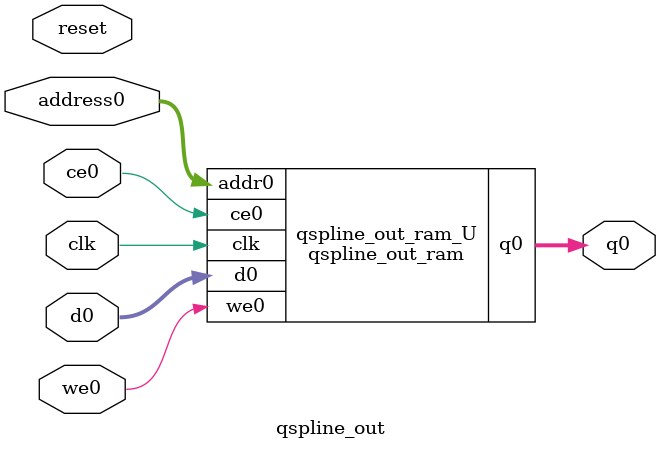
<source format=v>
`timescale 1 ns / 1 ps
module qspline_out_ram (addr0, ce0, d0, we0, q0,  clk);

parameter DWIDTH = 32;
parameter AWIDTH = 23;
parameter MEM_SIZE = 8388608;

input[AWIDTH-1:0] addr0;
input ce0;
input[DWIDTH-1:0] d0;
input we0;
output wire[DWIDTH-1:0] q0;
input clk;

(* ram_style = "block" *)reg [DWIDTH-1:0] ram[0:MEM_SIZE-1];
wire [AWIDTH-1:0] addr0_t0; 
reg [AWIDTH-1:0] addr0_t1; 
wire [DWIDTH-1:0] d0_t0; 
wire we0_t0; 
reg [DWIDTH-1:0] d0_t1; 
reg we0_t1; 
reg [DWIDTH-1:0] q0_t0;
reg [DWIDTH-1:0] q0_t1;


assign addr0_t0 = addr0;
assign d0_t0 = d0;
assign we0_t0 = we0;
assign q0 = q0_t1;

always @(posedge clk)  
begin
    if (ce0) 
    begin
        addr0_t1 <= addr0_t0; 
        d0_t1 <= d0_t0;
        we0_t1 <= we0_t0;
        q0_t1 <= q0_t0;
    end
end


always @(posedge clk)  
begin 
    if (ce0) 
    begin
        if (we0_t1) 
        begin 
            ram[addr0_t1] <= d0_t1; 
        end 
        q0_t0 <= ram[addr0_t1];
    end
end


endmodule

`timescale 1 ns / 1 ps
module qspline_out(
    reset,
    clk,
    address0,
    ce0,
    we0,
    d0,
    q0);

parameter DataWidth = 32'd32;
parameter AddressRange = 32'd8388608;
parameter AddressWidth = 32'd23;
input reset;
input clk;
input[AddressWidth - 1:0] address0;
input ce0;
input we0;
input[DataWidth - 1:0] d0;
output[DataWidth - 1:0] q0;



qspline_out_ram qspline_out_ram_U(
    .clk( clk ),
    .addr0( address0 ),
    .ce0( ce0 ),
    .we0( we0 ),
    .d0( d0 ),
    .q0( q0 ));

endmodule


</source>
